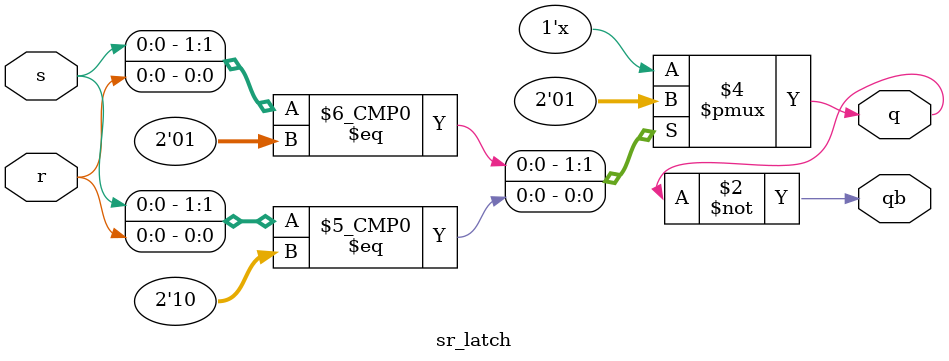
<source format=v>
module sr_latch(output reg q, qb, input s,r);
  always@(*)begin
    case({s,r})
      2'b00 : q= q    ;
      2'b01 : q= 0    ;
      2'b10 : q= 1    ;
      2'b11 : q= 1'bx ;
    endcase
    qb = ~q;
  end 
endmodule

</source>
